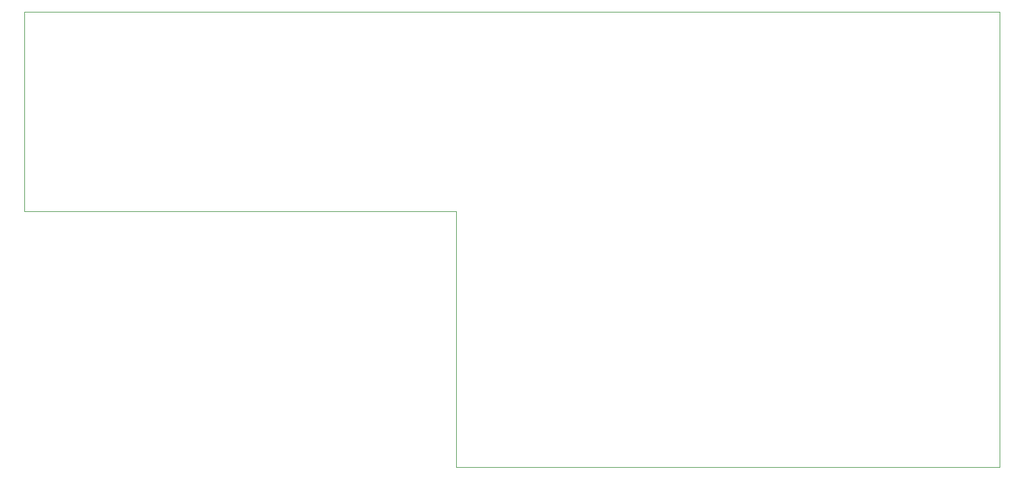
<source format=gm1>
G04 #@! TF.GenerationSoftware,KiCad,Pcbnew,5.1.10*
G04 #@! TF.CreationDate,2021-05-11T16:48:26+02:00*
G04 #@! TF.ProjectId,M17_soundcard,4d31375f-736f-4756-9e64-636172642e6b,rev?*
G04 #@! TF.SameCoordinates,Original*
G04 #@! TF.FileFunction,Profile,NP*
%FSLAX46Y46*%
G04 Gerber Fmt 4.6, Leading zero omitted, Abs format (unit mm)*
G04 Created by KiCad (PCBNEW 5.1.10) date 2021-05-11 16:48:26*
%MOMM*%
%LPD*%
G01*
G04 APERTURE LIST*
G04 #@! TA.AperFunction,Profile*
%ADD10C,0.050000*%
G04 #@! TD*
G04 APERTURE END LIST*
D10*
X140500000Y-101000000D02*
X79000000Y-101000000D01*
X140500000Y-137500000D02*
X218000000Y-137500000D01*
X79000000Y-101000000D02*
X79000000Y-72500000D01*
X140500000Y-137500000D02*
X140500000Y-101000000D01*
X218001100Y-137503600D02*
X218001100Y-72503600D01*
X218001100Y-72503600D02*
X79001100Y-72503600D01*
M02*

</source>
